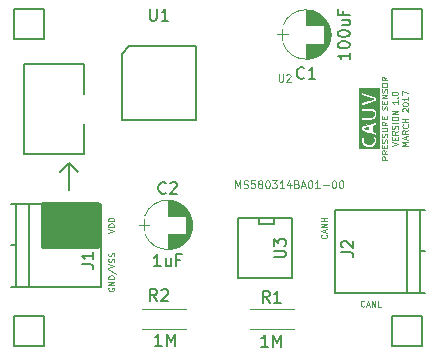
<source format=gbr>
G04 #@! TF.FileFunction,Legend,Top*
%FSLAX46Y46*%
G04 Gerber Fmt 4.6, Leading zero omitted, Abs format (unit mm)*
G04 Created by KiCad (PCBNEW 4.0.6) date 2017 July 13, Thursday 09:48:37*
%MOMM*%
%LPD*%
G01*
G04 APERTURE LIST*
%ADD10C,0.100000*%
%ADD11C,0.125000*%
%ADD12C,0.200000*%
%ADD13C,0.150000*%
%ADD14C,0.120000*%
%ADD15C,0.010000*%
%ADD16C,0.050000*%
%ADD17C,0.254000*%
G04 APERTURE END LIST*
D10*
D11*
X145399191Y-110871771D02*
X145375381Y-110895581D01*
X145303953Y-110919390D01*
X145256334Y-110919390D01*
X145184905Y-110895581D01*
X145137286Y-110847962D01*
X145113477Y-110800343D01*
X145089667Y-110705105D01*
X145089667Y-110633676D01*
X145113477Y-110538438D01*
X145137286Y-110490819D01*
X145184905Y-110443200D01*
X145256334Y-110419390D01*
X145303953Y-110419390D01*
X145375381Y-110443200D01*
X145399191Y-110467010D01*
X145589667Y-110776533D02*
X145827762Y-110776533D01*
X145542048Y-110919390D02*
X145708715Y-110419390D01*
X145875381Y-110919390D01*
X146042048Y-110919390D02*
X146042048Y-110419390D01*
X146327762Y-110919390D01*
X146327762Y-110419390D01*
X146803953Y-110919390D02*
X146565858Y-110919390D01*
X146565858Y-110419390D01*
D12*
X120396000Y-98806000D02*
X121158000Y-99568000D01*
X120396000Y-98806000D02*
X119634000Y-99568000D01*
X120396000Y-98806000D02*
X120396000Y-101092000D01*
D11*
X142178571Y-104833333D02*
X142202381Y-104857143D01*
X142226190Y-104928571D01*
X142226190Y-104976190D01*
X142202381Y-105047619D01*
X142154762Y-105095238D01*
X142107143Y-105119047D01*
X142011905Y-105142857D01*
X141940476Y-105142857D01*
X141845238Y-105119047D01*
X141797619Y-105095238D01*
X141750000Y-105047619D01*
X141726190Y-104976190D01*
X141726190Y-104928571D01*
X141750000Y-104857143D01*
X141773810Y-104833333D01*
X142083333Y-104642857D02*
X142083333Y-104404762D01*
X142226190Y-104690476D02*
X141726190Y-104523809D01*
X142226190Y-104357143D01*
X142226190Y-104190476D02*
X141726190Y-104190476D01*
X142226190Y-103904762D01*
X141726190Y-103904762D01*
X142226190Y-103666666D02*
X141726190Y-103666666D01*
X141964286Y-103666666D02*
X141964286Y-103380952D01*
X142226190Y-103380952D02*
X141726190Y-103380952D01*
X123750000Y-109333333D02*
X123726190Y-109380952D01*
X123726190Y-109452380D01*
X123750000Y-109523809D01*
X123797619Y-109571428D01*
X123845238Y-109595237D01*
X123940476Y-109619047D01*
X124011905Y-109619047D01*
X124107143Y-109595237D01*
X124154762Y-109571428D01*
X124202381Y-109523809D01*
X124226190Y-109452380D01*
X124226190Y-109404761D01*
X124202381Y-109333333D01*
X124178571Y-109309523D01*
X124011905Y-109309523D01*
X124011905Y-109404761D01*
X124226190Y-109095237D02*
X123726190Y-109095237D01*
X124226190Y-108809523D01*
X123726190Y-108809523D01*
X124226190Y-108571427D02*
X123726190Y-108571427D01*
X123726190Y-108452380D01*
X123750000Y-108380951D01*
X123797619Y-108333332D01*
X123845238Y-108309523D01*
X123940476Y-108285713D01*
X124011905Y-108285713D01*
X124107143Y-108309523D01*
X124154762Y-108333332D01*
X124202381Y-108380951D01*
X124226190Y-108452380D01*
X124226190Y-108571427D01*
X123702381Y-107714285D02*
X124345238Y-108142856D01*
X123726190Y-107619046D02*
X124226190Y-107452379D01*
X123726190Y-107285713D01*
X124202381Y-107142856D02*
X124226190Y-107071427D01*
X124226190Y-106952380D01*
X124202381Y-106904761D01*
X124178571Y-106880951D01*
X124130952Y-106857142D01*
X124083333Y-106857142D01*
X124035714Y-106880951D01*
X124011905Y-106904761D01*
X123988095Y-106952380D01*
X123964286Y-107047618D01*
X123940476Y-107095237D01*
X123916667Y-107119046D01*
X123869048Y-107142856D01*
X123821429Y-107142856D01*
X123773810Y-107119046D01*
X123750000Y-107095237D01*
X123726190Y-107047618D01*
X123726190Y-106928570D01*
X123750000Y-106857142D01*
X124202381Y-106666666D02*
X124226190Y-106595237D01*
X124226190Y-106476190D01*
X124202381Y-106428571D01*
X124178571Y-106404761D01*
X124130952Y-106380952D01*
X124083333Y-106380952D01*
X124035714Y-106404761D01*
X124011905Y-106428571D01*
X123988095Y-106476190D01*
X123964286Y-106571428D01*
X123940476Y-106619047D01*
X123916667Y-106642856D01*
X123869048Y-106666666D01*
X123821429Y-106666666D01*
X123773810Y-106642856D01*
X123750000Y-106619047D01*
X123726190Y-106571428D01*
X123726190Y-106452380D01*
X123750000Y-106380952D01*
X123726190Y-104666666D02*
X124226190Y-104499999D01*
X123726190Y-104333333D01*
X124226190Y-104166666D02*
X123726190Y-104166666D01*
X123726190Y-104047619D01*
X123750000Y-103976190D01*
X123797619Y-103928571D01*
X123845238Y-103904762D01*
X123940476Y-103880952D01*
X124011905Y-103880952D01*
X124107143Y-103904762D01*
X124154762Y-103928571D01*
X124202381Y-103976190D01*
X124226190Y-104047619D01*
X124226190Y-104166666D01*
X124226190Y-103666666D02*
X123726190Y-103666666D01*
X123726190Y-103547619D01*
X123750000Y-103476190D01*
X123797619Y-103428571D01*
X123845238Y-103404762D01*
X123940476Y-103380952D01*
X124011905Y-103380952D01*
X124107143Y-103404762D01*
X124154762Y-103428571D01*
X124202381Y-103476190D01*
X124226190Y-103547619D01*
X124226190Y-103666666D01*
X147351190Y-98488094D02*
X146851190Y-98488094D01*
X146851190Y-98297618D01*
X146875000Y-98249999D01*
X146898810Y-98226190D01*
X146946429Y-98202380D01*
X147017857Y-98202380D01*
X147065476Y-98226190D01*
X147089286Y-98249999D01*
X147113095Y-98297618D01*
X147113095Y-98488094D01*
X147351190Y-97702380D02*
X147113095Y-97869047D01*
X147351190Y-97988094D02*
X146851190Y-97988094D01*
X146851190Y-97797618D01*
X146875000Y-97749999D01*
X146898810Y-97726190D01*
X146946429Y-97702380D01*
X147017857Y-97702380D01*
X147065476Y-97726190D01*
X147089286Y-97749999D01*
X147113095Y-97797618D01*
X147113095Y-97988094D01*
X147089286Y-97488094D02*
X147089286Y-97321428D01*
X147351190Y-97249999D02*
X147351190Y-97488094D01*
X146851190Y-97488094D01*
X146851190Y-97249999D01*
X147327381Y-97059523D02*
X147351190Y-96988094D01*
X147351190Y-96869047D01*
X147327381Y-96821428D01*
X147303571Y-96797618D01*
X147255952Y-96773809D01*
X147208333Y-96773809D01*
X147160714Y-96797618D01*
X147136905Y-96821428D01*
X147113095Y-96869047D01*
X147089286Y-96964285D01*
X147065476Y-97011904D01*
X147041667Y-97035713D01*
X146994048Y-97059523D01*
X146946429Y-97059523D01*
X146898810Y-97035713D01*
X146875000Y-97011904D01*
X146851190Y-96964285D01*
X146851190Y-96845237D01*
X146875000Y-96773809D01*
X147327381Y-96583333D02*
X147351190Y-96511904D01*
X147351190Y-96392857D01*
X147327381Y-96345238D01*
X147303571Y-96321428D01*
X147255952Y-96297619D01*
X147208333Y-96297619D01*
X147160714Y-96321428D01*
X147136905Y-96345238D01*
X147113095Y-96392857D01*
X147089286Y-96488095D01*
X147065476Y-96535714D01*
X147041667Y-96559523D01*
X146994048Y-96583333D01*
X146946429Y-96583333D01*
X146898810Y-96559523D01*
X146875000Y-96535714D01*
X146851190Y-96488095D01*
X146851190Y-96369047D01*
X146875000Y-96297619D01*
X146851190Y-96083333D02*
X147255952Y-96083333D01*
X147303571Y-96059524D01*
X147327381Y-96035714D01*
X147351190Y-95988095D01*
X147351190Y-95892857D01*
X147327381Y-95845238D01*
X147303571Y-95821429D01*
X147255952Y-95797619D01*
X146851190Y-95797619D01*
X147351190Y-95273809D02*
X147113095Y-95440476D01*
X147351190Y-95559523D02*
X146851190Y-95559523D01*
X146851190Y-95369047D01*
X146875000Y-95321428D01*
X146898810Y-95297619D01*
X146946429Y-95273809D01*
X147017857Y-95273809D01*
X147065476Y-95297619D01*
X147089286Y-95321428D01*
X147113095Y-95369047D01*
X147113095Y-95559523D01*
X147089286Y-95059523D02*
X147089286Y-94892857D01*
X147351190Y-94821428D02*
X147351190Y-95059523D01*
X146851190Y-95059523D01*
X146851190Y-94821428D01*
X147327381Y-94250000D02*
X147351190Y-94178571D01*
X147351190Y-94059524D01*
X147327381Y-94011905D01*
X147303571Y-93988095D01*
X147255952Y-93964286D01*
X147208333Y-93964286D01*
X147160714Y-93988095D01*
X147136905Y-94011905D01*
X147113095Y-94059524D01*
X147089286Y-94154762D01*
X147065476Y-94202381D01*
X147041667Y-94226190D01*
X146994048Y-94250000D01*
X146946429Y-94250000D01*
X146898810Y-94226190D01*
X146875000Y-94202381D01*
X146851190Y-94154762D01*
X146851190Y-94035714D01*
X146875000Y-93964286D01*
X147089286Y-93750000D02*
X147089286Y-93583334D01*
X147351190Y-93511905D02*
X147351190Y-93750000D01*
X146851190Y-93750000D01*
X146851190Y-93511905D01*
X147351190Y-93297619D02*
X146851190Y-93297619D01*
X147351190Y-93011905D01*
X146851190Y-93011905D01*
X147327381Y-92797619D02*
X147351190Y-92726190D01*
X147351190Y-92607143D01*
X147327381Y-92559524D01*
X147303571Y-92535714D01*
X147255952Y-92511905D01*
X147208333Y-92511905D01*
X147160714Y-92535714D01*
X147136905Y-92559524D01*
X147113095Y-92607143D01*
X147089286Y-92702381D01*
X147065476Y-92750000D01*
X147041667Y-92773809D01*
X146994048Y-92797619D01*
X146946429Y-92797619D01*
X146898810Y-92773809D01*
X146875000Y-92750000D01*
X146851190Y-92702381D01*
X146851190Y-92583333D01*
X146875000Y-92511905D01*
X146851190Y-92202381D02*
X146851190Y-92107143D01*
X146875000Y-92059524D01*
X146922619Y-92011905D01*
X147017857Y-91988096D01*
X147184524Y-91988096D01*
X147279762Y-92011905D01*
X147327381Y-92059524D01*
X147351190Y-92107143D01*
X147351190Y-92202381D01*
X147327381Y-92250000D01*
X147279762Y-92297619D01*
X147184524Y-92321429D01*
X147017857Y-92321429D01*
X146922619Y-92297619D01*
X146875000Y-92250000D01*
X146851190Y-92202381D01*
X147351190Y-91488095D02*
X147113095Y-91654762D01*
X147351190Y-91773809D02*
X146851190Y-91773809D01*
X146851190Y-91583333D01*
X146875000Y-91535714D01*
X146898810Y-91511905D01*
X146946429Y-91488095D01*
X147017857Y-91488095D01*
X147065476Y-91511905D01*
X147089286Y-91535714D01*
X147113095Y-91583333D01*
X147113095Y-91773809D01*
X147726190Y-97309523D02*
X148226190Y-97142856D01*
X147726190Y-96976190D01*
X147964286Y-96809523D02*
X147964286Y-96642857D01*
X148226190Y-96571428D02*
X148226190Y-96809523D01*
X147726190Y-96809523D01*
X147726190Y-96571428D01*
X148226190Y-96071428D02*
X147988095Y-96238095D01*
X148226190Y-96357142D02*
X147726190Y-96357142D01*
X147726190Y-96166666D01*
X147750000Y-96119047D01*
X147773810Y-96095238D01*
X147821429Y-96071428D01*
X147892857Y-96071428D01*
X147940476Y-96095238D01*
X147964286Y-96119047D01*
X147988095Y-96166666D01*
X147988095Y-96357142D01*
X148202381Y-95880952D02*
X148226190Y-95809523D01*
X148226190Y-95690476D01*
X148202381Y-95642857D01*
X148178571Y-95619047D01*
X148130952Y-95595238D01*
X148083333Y-95595238D01*
X148035714Y-95619047D01*
X148011905Y-95642857D01*
X147988095Y-95690476D01*
X147964286Y-95785714D01*
X147940476Y-95833333D01*
X147916667Y-95857142D01*
X147869048Y-95880952D01*
X147821429Y-95880952D01*
X147773810Y-95857142D01*
X147750000Y-95833333D01*
X147726190Y-95785714D01*
X147726190Y-95666666D01*
X147750000Y-95595238D01*
X148226190Y-95380952D02*
X147726190Y-95380952D01*
X147726190Y-95047619D02*
X147726190Y-94952381D01*
X147750000Y-94904762D01*
X147797619Y-94857143D01*
X147892857Y-94833334D01*
X148059524Y-94833334D01*
X148154762Y-94857143D01*
X148202381Y-94904762D01*
X148226190Y-94952381D01*
X148226190Y-95047619D01*
X148202381Y-95095238D01*
X148154762Y-95142857D01*
X148059524Y-95166667D01*
X147892857Y-95166667D01*
X147797619Y-95142857D01*
X147750000Y-95095238D01*
X147726190Y-95047619D01*
X148226190Y-94619047D02*
X147726190Y-94619047D01*
X148226190Y-94333333D01*
X147726190Y-94333333D01*
X148226190Y-93452381D02*
X148226190Y-93738095D01*
X148226190Y-93595238D02*
X147726190Y-93595238D01*
X147797619Y-93642857D01*
X147845238Y-93690476D01*
X147869048Y-93738095D01*
X148178571Y-93238095D02*
X148202381Y-93214286D01*
X148226190Y-93238095D01*
X148202381Y-93261905D01*
X148178571Y-93238095D01*
X148226190Y-93238095D01*
X147726190Y-92904762D02*
X147726190Y-92857143D01*
X147750000Y-92809524D01*
X147773810Y-92785715D01*
X147821429Y-92761905D01*
X147916667Y-92738096D01*
X148035714Y-92738096D01*
X148130952Y-92761905D01*
X148178571Y-92785715D01*
X148202381Y-92809524D01*
X148226190Y-92857143D01*
X148226190Y-92904762D01*
X148202381Y-92952381D01*
X148178571Y-92976191D01*
X148130952Y-93000000D01*
X148035714Y-93023810D01*
X147916667Y-93023810D01*
X147821429Y-93000000D01*
X147773810Y-92976191D01*
X147750000Y-92952381D01*
X147726190Y-92904762D01*
X149101190Y-97285713D02*
X148601190Y-97285713D01*
X148958333Y-97119047D01*
X148601190Y-96952380D01*
X149101190Y-96952380D01*
X148958333Y-96738094D02*
X148958333Y-96499999D01*
X149101190Y-96785713D02*
X148601190Y-96619046D01*
X149101190Y-96452380D01*
X149101190Y-95999999D02*
X148863095Y-96166666D01*
X149101190Y-96285713D02*
X148601190Y-96285713D01*
X148601190Y-96095237D01*
X148625000Y-96047618D01*
X148648810Y-96023809D01*
X148696429Y-95999999D01*
X148767857Y-95999999D01*
X148815476Y-96023809D01*
X148839286Y-96047618D01*
X148863095Y-96095237D01*
X148863095Y-96285713D01*
X149053571Y-95499999D02*
X149077381Y-95523809D01*
X149101190Y-95595237D01*
X149101190Y-95642856D01*
X149077381Y-95714285D01*
X149029762Y-95761904D01*
X148982143Y-95785713D01*
X148886905Y-95809523D01*
X148815476Y-95809523D01*
X148720238Y-95785713D01*
X148672619Y-95761904D01*
X148625000Y-95714285D01*
X148601190Y-95642856D01*
X148601190Y-95595237D01*
X148625000Y-95523809D01*
X148648810Y-95499999D01*
X149101190Y-95285713D02*
X148601190Y-95285713D01*
X148839286Y-95285713D02*
X148839286Y-94999999D01*
X149101190Y-94999999D02*
X148601190Y-94999999D01*
X148648810Y-94404761D02*
X148625000Y-94380951D01*
X148601190Y-94333332D01*
X148601190Y-94214285D01*
X148625000Y-94166666D01*
X148648810Y-94142856D01*
X148696429Y-94119047D01*
X148744048Y-94119047D01*
X148815476Y-94142856D01*
X149101190Y-94428570D01*
X149101190Y-94119047D01*
X148601190Y-93809523D02*
X148601190Y-93761904D01*
X148625000Y-93714285D01*
X148648810Y-93690476D01*
X148696429Y-93666666D01*
X148791667Y-93642857D01*
X148910714Y-93642857D01*
X149005952Y-93666666D01*
X149053571Y-93690476D01*
X149077381Y-93714285D01*
X149101190Y-93761904D01*
X149101190Y-93809523D01*
X149077381Y-93857142D01*
X149053571Y-93880952D01*
X149005952Y-93904761D01*
X148910714Y-93928571D01*
X148791667Y-93928571D01*
X148696429Y-93904761D01*
X148648810Y-93880952D01*
X148625000Y-93857142D01*
X148601190Y-93809523D01*
X149101190Y-93166667D02*
X149101190Y-93452381D01*
X149101190Y-93309524D02*
X148601190Y-93309524D01*
X148672619Y-93357143D01*
X148720238Y-93404762D01*
X148744048Y-93452381D01*
X148601190Y-93000000D02*
X148601190Y-92666667D01*
X149101190Y-92880953D01*
D13*
X116586000Y-98044000D02*
X116586000Y-90424000D01*
X116586000Y-90424000D02*
X121666000Y-90424000D01*
X121666000Y-90424000D02*
X121666000Y-92964000D01*
X121666000Y-95504000D02*
X121666000Y-98044000D01*
X121666000Y-98044000D02*
X116586000Y-98044000D01*
D14*
X142389361Y-87104911D02*
G75*
G03X138511005Y-87104000I-1939361J-779089D01*
G01*
X142389361Y-88663089D02*
G75*
G02X138511005Y-88664000I-1939361J779089D01*
G01*
X142389361Y-88663089D02*
G75*
G03X142388995Y-87104000I-1939361J779089D01*
G01*
X140450000Y-88664000D02*
X140450000Y-89934000D01*
X140450000Y-85834000D02*
X140450000Y-87104000D01*
X140490000Y-85834000D02*
X140490000Y-87104000D01*
X140490000Y-88664000D02*
X140490000Y-89934000D01*
X140530000Y-85835000D02*
X140530000Y-87104000D01*
X140530000Y-88664000D02*
X140530000Y-89933000D01*
X140570000Y-85837000D02*
X140570000Y-87104000D01*
X140570000Y-88664000D02*
X140570000Y-89931000D01*
X140610000Y-85840000D02*
X140610000Y-87104000D01*
X140610000Y-88664000D02*
X140610000Y-89928000D01*
X140650000Y-85843000D02*
X140650000Y-87104000D01*
X140650000Y-88664000D02*
X140650000Y-89925000D01*
X140690000Y-85847000D02*
X140690000Y-87104000D01*
X140690000Y-88664000D02*
X140690000Y-89921000D01*
X140730000Y-85852000D02*
X140730000Y-87104000D01*
X140730000Y-88664000D02*
X140730000Y-89916000D01*
X140770000Y-85858000D02*
X140770000Y-87104000D01*
X140770000Y-88664000D02*
X140770000Y-89910000D01*
X140810000Y-85865000D02*
X140810000Y-87104000D01*
X140810000Y-88664000D02*
X140810000Y-89903000D01*
X140850000Y-85872000D02*
X140850000Y-87104000D01*
X140850000Y-88664000D02*
X140850000Y-89896000D01*
X140890000Y-85880000D02*
X140890000Y-87104000D01*
X140890000Y-88664000D02*
X140890000Y-89888000D01*
X140930000Y-85889000D02*
X140930000Y-87104000D01*
X140930000Y-88664000D02*
X140930000Y-89879000D01*
X140970000Y-85899000D02*
X140970000Y-87104000D01*
X140970000Y-88664000D02*
X140970000Y-89869000D01*
X141010000Y-85910000D02*
X141010000Y-87104000D01*
X141010000Y-88664000D02*
X141010000Y-89858000D01*
X141050000Y-85921000D02*
X141050000Y-87104000D01*
X141050000Y-88664000D02*
X141050000Y-89847000D01*
X141090000Y-85934000D02*
X141090000Y-87104000D01*
X141090000Y-88664000D02*
X141090000Y-89834000D01*
X141130000Y-85947000D02*
X141130000Y-87104000D01*
X141130000Y-88664000D02*
X141130000Y-89821000D01*
X141171000Y-85961000D02*
X141171000Y-87104000D01*
X141171000Y-88664000D02*
X141171000Y-89807000D01*
X141211000Y-85977000D02*
X141211000Y-87104000D01*
X141211000Y-88664000D02*
X141211000Y-89791000D01*
X141251000Y-85993000D02*
X141251000Y-87104000D01*
X141251000Y-88664000D02*
X141251000Y-89775000D01*
X141291000Y-86010000D02*
X141291000Y-87104000D01*
X141291000Y-88664000D02*
X141291000Y-89758000D01*
X141331000Y-86028000D02*
X141331000Y-87104000D01*
X141331000Y-88664000D02*
X141331000Y-89740000D01*
X141371000Y-86047000D02*
X141371000Y-87104000D01*
X141371000Y-88664000D02*
X141371000Y-89721000D01*
X141411000Y-86067000D02*
X141411000Y-87104000D01*
X141411000Y-88664000D02*
X141411000Y-89701000D01*
X141451000Y-86088000D02*
X141451000Y-87104000D01*
X141451000Y-88664000D02*
X141451000Y-89680000D01*
X141491000Y-86111000D02*
X141491000Y-87104000D01*
X141491000Y-88664000D02*
X141491000Y-89657000D01*
X141531000Y-86134000D02*
X141531000Y-87104000D01*
X141531000Y-88664000D02*
X141531000Y-89634000D01*
X141571000Y-86159000D02*
X141571000Y-87104000D01*
X141571000Y-88664000D02*
X141571000Y-89609000D01*
X141611000Y-86185000D02*
X141611000Y-87104000D01*
X141611000Y-88664000D02*
X141611000Y-89583000D01*
X141651000Y-86212000D02*
X141651000Y-87104000D01*
X141651000Y-88664000D02*
X141651000Y-89556000D01*
X141691000Y-86241000D02*
X141691000Y-87104000D01*
X141691000Y-88664000D02*
X141691000Y-89527000D01*
X141731000Y-86271000D02*
X141731000Y-87104000D01*
X141731000Y-88664000D02*
X141731000Y-89497000D01*
X141771000Y-86303000D02*
X141771000Y-87104000D01*
X141771000Y-88664000D02*
X141771000Y-89465000D01*
X141811000Y-86337000D02*
X141811000Y-87104000D01*
X141811000Y-88664000D02*
X141811000Y-89431000D01*
X141851000Y-86372000D02*
X141851000Y-87104000D01*
X141851000Y-88664000D02*
X141851000Y-89396000D01*
X141891000Y-86409000D02*
X141891000Y-87104000D01*
X141891000Y-88664000D02*
X141891000Y-89359000D01*
X141931000Y-86448000D02*
X141931000Y-87104000D01*
X141931000Y-88664000D02*
X141931000Y-89320000D01*
X141971000Y-86489000D02*
X141971000Y-87104000D01*
X141971000Y-88664000D02*
X141971000Y-89279000D01*
X142011000Y-86533000D02*
X142011000Y-89235000D01*
X142051000Y-86579000D02*
X142051000Y-89189000D01*
X142091000Y-86628000D02*
X142091000Y-89140000D01*
X142131000Y-86680000D02*
X142131000Y-89088000D01*
X142171000Y-86736000D02*
X142171000Y-89032000D01*
X142211000Y-86796000D02*
X142211000Y-88972000D01*
X142251000Y-86861000D02*
X142251000Y-88907000D01*
X142291000Y-86932000D02*
X142291000Y-88836000D01*
X142331000Y-87010000D02*
X142331000Y-88758000D01*
X142371000Y-87098000D02*
X142371000Y-88670000D01*
X142411000Y-87198000D02*
X142411000Y-88570000D01*
X142451000Y-87317000D02*
X142451000Y-88451000D01*
X142491000Y-87469000D02*
X142491000Y-88299000D01*
X142531000Y-87719000D02*
X142531000Y-88049000D01*
X138000000Y-87884000D02*
X138900000Y-87884000D01*
X138450000Y-87434000D02*
X138450000Y-88334000D01*
X130689361Y-103220911D02*
G75*
G03X126811005Y-103220000I-1939361J-779089D01*
G01*
X130689361Y-104779089D02*
G75*
G02X126811005Y-104780000I-1939361J779089D01*
G01*
X130689361Y-104779089D02*
G75*
G03X130688995Y-103220000I-1939361J779089D01*
G01*
X128750000Y-104780000D02*
X128750000Y-106050000D01*
X128750000Y-101950000D02*
X128750000Y-103220000D01*
X128790000Y-101950000D02*
X128790000Y-103220000D01*
X128790000Y-104780000D02*
X128790000Y-106050000D01*
X128830000Y-101951000D02*
X128830000Y-103220000D01*
X128830000Y-104780000D02*
X128830000Y-106049000D01*
X128870000Y-101953000D02*
X128870000Y-103220000D01*
X128870000Y-104780000D02*
X128870000Y-106047000D01*
X128910000Y-101956000D02*
X128910000Y-103220000D01*
X128910000Y-104780000D02*
X128910000Y-106044000D01*
X128950000Y-101959000D02*
X128950000Y-103220000D01*
X128950000Y-104780000D02*
X128950000Y-106041000D01*
X128990000Y-101963000D02*
X128990000Y-103220000D01*
X128990000Y-104780000D02*
X128990000Y-106037000D01*
X129030000Y-101968000D02*
X129030000Y-103220000D01*
X129030000Y-104780000D02*
X129030000Y-106032000D01*
X129070000Y-101974000D02*
X129070000Y-103220000D01*
X129070000Y-104780000D02*
X129070000Y-106026000D01*
X129110000Y-101981000D02*
X129110000Y-103220000D01*
X129110000Y-104780000D02*
X129110000Y-106019000D01*
X129150000Y-101988000D02*
X129150000Y-103220000D01*
X129150000Y-104780000D02*
X129150000Y-106012000D01*
X129190000Y-101996000D02*
X129190000Y-103220000D01*
X129190000Y-104780000D02*
X129190000Y-106004000D01*
X129230000Y-102005000D02*
X129230000Y-103220000D01*
X129230000Y-104780000D02*
X129230000Y-105995000D01*
X129270000Y-102015000D02*
X129270000Y-103220000D01*
X129270000Y-104780000D02*
X129270000Y-105985000D01*
X129310000Y-102026000D02*
X129310000Y-103220000D01*
X129310000Y-104780000D02*
X129310000Y-105974000D01*
X129350000Y-102037000D02*
X129350000Y-103220000D01*
X129350000Y-104780000D02*
X129350000Y-105963000D01*
X129390000Y-102050000D02*
X129390000Y-103220000D01*
X129390000Y-104780000D02*
X129390000Y-105950000D01*
X129430000Y-102063000D02*
X129430000Y-103220000D01*
X129430000Y-104780000D02*
X129430000Y-105937000D01*
X129471000Y-102077000D02*
X129471000Y-103220000D01*
X129471000Y-104780000D02*
X129471000Y-105923000D01*
X129511000Y-102093000D02*
X129511000Y-103220000D01*
X129511000Y-104780000D02*
X129511000Y-105907000D01*
X129551000Y-102109000D02*
X129551000Y-103220000D01*
X129551000Y-104780000D02*
X129551000Y-105891000D01*
X129591000Y-102126000D02*
X129591000Y-103220000D01*
X129591000Y-104780000D02*
X129591000Y-105874000D01*
X129631000Y-102144000D02*
X129631000Y-103220000D01*
X129631000Y-104780000D02*
X129631000Y-105856000D01*
X129671000Y-102163000D02*
X129671000Y-103220000D01*
X129671000Y-104780000D02*
X129671000Y-105837000D01*
X129711000Y-102183000D02*
X129711000Y-103220000D01*
X129711000Y-104780000D02*
X129711000Y-105817000D01*
X129751000Y-102204000D02*
X129751000Y-103220000D01*
X129751000Y-104780000D02*
X129751000Y-105796000D01*
X129791000Y-102227000D02*
X129791000Y-103220000D01*
X129791000Y-104780000D02*
X129791000Y-105773000D01*
X129831000Y-102250000D02*
X129831000Y-103220000D01*
X129831000Y-104780000D02*
X129831000Y-105750000D01*
X129871000Y-102275000D02*
X129871000Y-103220000D01*
X129871000Y-104780000D02*
X129871000Y-105725000D01*
X129911000Y-102301000D02*
X129911000Y-103220000D01*
X129911000Y-104780000D02*
X129911000Y-105699000D01*
X129951000Y-102328000D02*
X129951000Y-103220000D01*
X129951000Y-104780000D02*
X129951000Y-105672000D01*
X129991000Y-102357000D02*
X129991000Y-103220000D01*
X129991000Y-104780000D02*
X129991000Y-105643000D01*
X130031000Y-102387000D02*
X130031000Y-103220000D01*
X130031000Y-104780000D02*
X130031000Y-105613000D01*
X130071000Y-102419000D02*
X130071000Y-103220000D01*
X130071000Y-104780000D02*
X130071000Y-105581000D01*
X130111000Y-102453000D02*
X130111000Y-103220000D01*
X130111000Y-104780000D02*
X130111000Y-105547000D01*
X130151000Y-102488000D02*
X130151000Y-103220000D01*
X130151000Y-104780000D02*
X130151000Y-105512000D01*
X130191000Y-102525000D02*
X130191000Y-103220000D01*
X130191000Y-104780000D02*
X130191000Y-105475000D01*
X130231000Y-102564000D02*
X130231000Y-103220000D01*
X130231000Y-104780000D02*
X130231000Y-105436000D01*
X130271000Y-102605000D02*
X130271000Y-103220000D01*
X130271000Y-104780000D02*
X130271000Y-105395000D01*
X130311000Y-102649000D02*
X130311000Y-105351000D01*
X130351000Y-102695000D02*
X130351000Y-105305000D01*
X130391000Y-102744000D02*
X130391000Y-105256000D01*
X130431000Y-102796000D02*
X130431000Y-105204000D01*
X130471000Y-102852000D02*
X130471000Y-105148000D01*
X130511000Y-102912000D02*
X130511000Y-105088000D01*
X130551000Y-102977000D02*
X130551000Y-105023000D01*
X130591000Y-103048000D02*
X130591000Y-104952000D01*
X130631000Y-103126000D02*
X130631000Y-104874000D01*
X130671000Y-103214000D02*
X130671000Y-104786000D01*
X130711000Y-103314000D02*
X130711000Y-104686000D01*
X130751000Y-103433000D02*
X130751000Y-104567000D01*
X130791000Y-103585000D02*
X130791000Y-104415000D01*
X130831000Y-103835000D02*
X130831000Y-104165000D01*
X126300000Y-104000000D02*
X127200000Y-104000000D01*
X126750000Y-103550000D02*
X126750000Y-104450000D01*
D13*
X115900000Y-105750000D02*
X115500000Y-105750000D01*
X117000000Y-102250000D02*
X117000000Y-109250000D01*
X115900000Y-102250000D02*
X115900000Y-109250000D01*
X123100000Y-102250000D02*
X115500000Y-102250000D01*
X115500000Y-109250000D02*
X123100000Y-109250000D01*
X123100000Y-109250000D02*
X123100000Y-102250000D01*
X150100000Y-106250000D02*
X150500000Y-106250000D01*
X149000000Y-109750000D02*
X149000000Y-102750000D01*
X150100000Y-109750000D02*
X150100000Y-102750000D01*
X142900000Y-109750000D02*
X150500000Y-109750000D01*
X150500000Y-102750000D02*
X142900000Y-102750000D01*
X142900000Y-102750000D02*
X142900000Y-109750000D01*
D14*
X135680000Y-111140000D02*
X139400000Y-111140000D01*
X135680000Y-112860000D02*
X139400000Y-112860000D01*
X130320000Y-112860000D02*
X126600000Y-112860000D01*
X130320000Y-111140000D02*
X126600000Y-111140000D01*
D13*
X125500000Y-88900000D02*
X131100000Y-88900000D01*
X131100000Y-88900000D02*
X131100000Y-95100000D01*
X131100000Y-95100000D02*
X124900000Y-95100000D01*
X124900000Y-95100000D02*
X124900000Y-89500000D01*
X124900000Y-89500000D02*
X125500000Y-88900000D01*
X139286000Y-103460000D02*
X139286000Y-108540000D01*
X139286000Y-108540000D02*
X134714000Y-108540000D01*
X134714000Y-108540000D02*
X134714000Y-103460000D01*
X134714000Y-103460000D02*
X139286000Y-103460000D01*
X137762000Y-103460000D02*
X137762000Y-103968000D01*
X137762000Y-103968000D02*
X136492000Y-103968000D01*
X136492000Y-103968000D02*
X136492000Y-103460000D01*
X115730000Y-111730000D02*
X118270000Y-111730000D01*
X118270000Y-111730000D02*
X118270000Y-114270000D01*
X118270000Y-114270000D02*
X115730000Y-114270000D01*
X115730000Y-114270000D02*
X115730000Y-111730000D01*
X147730000Y-85730000D02*
X150270000Y-85730000D01*
X150270000Y-85730000D02*
X150270000Y-88270000D01*
X150270000Y-88270000D02*
X147730000Y-88270000D01*
X147730000Y-88270000D02*
X147730000Y-85730000D01*
X147730000Y-111730000D02*
X150270000Y-111730000D01*
X150270000Y-111730000D02*
X150270000Y-114270000D01*
X150270000Y-114270000D02*
X147730000Y-114270000D01*
X147730000Y-114270000D02*
X147730000Y-111730000D01*
X115730000Y-85730000D02*
X118270000Y-85730000D01*
X118270000Y-85730000D02*
X118270000Y-88270000D01*
X118270000Y-88270000D02*
X115730000Y-88270000D01*
X115730000Y-88270000D02*
X115730000Y-85730000D01*
D15*
G36*
X146659600Y-92456000D02*
X146659600Y-97536000D01*
X145767897Y-97536000D01*
X145767897Y-97428723D01*
X145906720Y-97418757D01*
X146031486Y-97396895D01*
X146112095Y-97369865D01*
X146239908Y-97282897D01*
X146332711Y-97163904D01*
X146387524Y-97020292D01*
X146401363Y-96859467D01*
X146377533Y-96710500D01*
X146349910Y-96638836D01*
X146349910Y-96393405D01*
X146371531Y-96374204D01*
X146376814Y-96313640D01*
X146375310Y-96285215D01*
X146368276Y-96222933D01*
X146350331Y-96185225D01*
X146309011Y-96158410D01*
X146233272Y-96129317D01*
X146099044Y-96081206D01*
X146106272Y-95841004D01*
X146113500Y-95600803D01*
X146240500Y-95558752D01*
X146314408Y-95532341D01*
X146352945Y-95506233D01*
X146368999Y-95464867D01*
X146375241Y-95396050D01*
X146377203Y-95322522D01*
X146368073Y-95287120D01*
X146343930Y-95277680D01*
X146337141Y-95277826D01*
X146300888Y-95286443D01*
X146223930Y-95309314D01*
X146113577Y-95344108D01*
X145977141Y-95388494D01*
X145821932Y-95440140D01*
X145719800Y-95474676D01*
X145148300Y-95669100D01*
X145148300Y-95998676D01*
X145453100Y-96102941D01*
X145705895Y-96189076D01*
X145913256Y-96258961D01*
X146077610Y-96313381D01*
X146201380Y-96353121D01*
X146286992Y-96378966D01*
X146336871Y-96391703D01*
X146349910Y-96393405D01*
X146349910Y-96638836D01*
X146337043Y-96605454D01*
X146281970Y-96544284D01*
X146206031Y-96520748D01*
X146185763Y-96520000D01*
X146128543Y-96522605D01*
X146101193Y-96528972D01*
X146100800Y-96529927D01*
X146110374Y-96556837D01*
X146134706Y-96614035D01*
X146151042Y-96650577D01*
X146195460Y-96790246D01*
X146192906Y-96911135D01*
X146143115Y-97014433D01*
X146052223Y-97097088D01*
X145990160Y-97130779D01*
X145919156Y-97148647D01*
X145820683Y-97154807D01*
X145791427Y-97155000D01*
X145631253Y-97143449D01*
X145509498Y-97107093D01*
X145418912Y-97043379D01*
X145393864Y-97014953D01*
X145349353Y-96920534D01*
X145340745Y-96807813D01*
X145368243Y-96694629D01*
X145389694Y-96652737D01*
X145429121Y-96579999D01*
X145433801Y-96539574D01*
X145400517Y-96523942D01*
X145334989Y-96524890D01*
X145247916Y-96542878D01*
X145189809Y-96586764D01*
X145182101Y-96596561D01*
X145141948Y-96682865D01*
X145135600Y-96716385D01*
X145135600Y-95097600D01*
X145573750Y-95097459D01*
X145725289Y-95095907D01*
X145865739Y-95091702D01*
X145984395Y-95085374D01*
X146070552Y-95077451D01*
X146106100Y-95071155D01*
X146223237Y-95013955D01*
X146313925Y-94919297D01*
X146375066Y-94794836D01*
X146403565Y-94648229D01*
X146396325Y-94487132D01*
X146377440Y-94400292D01*
X146321930Y-94285772D01*
X146230809Y-94187498D01*
X146119255Y-94120647D01*
X146086908Y-94109760D01*
X146027577Y-94100304D01*
X145928584Y-94092204D01*
X145801061Y-94086053D01*
X145656141Y-94082444D01*
X145561050Y-94081742D01*
X145150767Y-94081606D01*
X145150767Y-93885101D01*
X145176777Y-93880527D01*
X145242818Y-93861864D01*
X145340952Y-93831758D01*
X145463245Y-93792850D01*
X145601759Y-93747784D01*
X145748560Y-93699204D01*
X145895711Y-93649751D01*
X146035276Y-93602069D01*
X146159320Y-93558802D01*
X146259906Y-93522592D01*
X146329099Y-93496082D01*
X146356934Y-93483381D01*
X146369482Y-93452106D01*
X146377929Y-93386023D01*
X146380200Y-93321064D01*
X146377111Y-93233451D01*
X146365652Y-93184441D01*
X146342536Y-93162091D01*
X146335750Y-93159623D01*
X146299748Y-93147664D01*
X146223191Y-93121539D01*
X146113494Y-93083803D01*
X145978071Y-93037010D01*
X145824338Y-92983715D01*
X145737268Y-92953461D01*
X145578261Y-92898533D01*
X145434895Y-92849702D01*
X145314252Y-92809326D01*
X145223415Y-92779758D01*
X145169469Y-92763357D01*
X145158026Y-92760800D01*
X145144477Y-92783636D01*
X145139331Y-92842679D01*
X145140558Y-92881450D01*
X145148300Y-93002100D01*
X145440400Y-93094598D01*
X145579386Y-93138219D01*
X145724176Y-93183014D01*
X145854873Y-93222858D01*
X145929350Y-93245120D01*
X146020566Y-93273863D01*
X146089343Y-93299067D01*
X146124123Y-93316376D01*
X146126200Y-93319335D01*
X146103511Y-93332995D01*
X146042952Y-93355547D01*
X145955784Y-93382968D01*
X145916650Y-93394213D01*
X145801256Y-93427291D01*
X145658780Y-93469242D01*
X145510609Y-93513727D01*
X145421349Y-93541007D01*
X145135599Y-93629113D01*
X145135599Y-93749523D01*
X145138548Y-93823594D01*
X145146025Y-93874297D01*
X145150767Y-93885101D01*
X145150767Y-94081606D01*
X145135600Y-94081600D01*
X145135600Y-94335600D01*
X146053907Y-94335600D01*
X146128153Y-94409847D01*
X146181562Y-94478474D01*
X146201241Y-94555269D01*
X146202400Y-94589600D01*
X146191690Y-94676206D01*
X146151497Y-94744365D01*
X146128153Y-94769354D01*
X146053907Y-94843600D01*
X145135600Y-94843600D01*
X145135600Y-95097600D01*
X145135600Y-96716385D01*
X145120057Y-96798460D01*
X145118477Y-96924494D01*
X145135228Y-97028000D01*
X145187792Y-97141940D01*
X145276666Y-97251281D01*
X145388117Y-97342657D01*
X145508418Y-97402703D01*
X145525523Y-97407943D01*
X145634378Y-97425538D01*
X145767897Y-97428723D01*
X145767897Y-97536000D01*
X144957800Y-97536000D01*
X144957800Y-92456000D01*
X146659600Y-92456000D01*
X146659600Y-92456000D01*
G37*
X146659600Y-92456000D02*
X146659600Y-97536000D01*
X145767897Y-97536000D01*
X145767897Y-97428723D01*
X145906720Y-97418757D01*
X146031486Y-97396895D01*
X146112095Y-97369865D01*
X146239908Y-97282897D01*
X146332711Y-97163904D01*
X146387524Y-97020292D01*
X146401363Y-96859467D01*
X146377533Y-96710500D01*
X146349910Y-96638836D01*
X146349910Y-96393405D01*
X146371531Y-96374204D01*
X146376814Y-96313640D01*
X146375310Y-96285215D01*
X146368276Y-96222933D01*
X146350331Y-96185225D01*
X146309011Y-96158410D01*
X146233272Y-96129317D01*
X146099044Y-96081206D01*
X146106272Y-95841004D01*
X146113500Y-95600803D01*
X146240500Y-95558752D01*
X146314408Y-95532341D01*
X146352945Y-95506233D01*
X146368999Y-95464867D01*
X146375241Y-95396050D01*
X146377203Y-95322522D01*
X146368073Y-95287120D01*
X146343930Y-95277680D01*
X146337141Y-95277826D01*
X146300888Y-95286443D01*
X146223930Y-95309314D01*
X146113577Y-95344108D01*
X145977141Y-95388494D01*
X145821932Y-95440140D01*
X145719800Y-95474676D01*
X145148300Y-95669100D01*
X145148300Y-95998676D01*
X145453100Y-96102941D01*
X145705895Y-96189076D01*
X145913256Y-96258961D01*
X146077610Y-96313381D01*
X146201380Y-96353121D01*
X146286992Y-96378966D01*
X146336871Y-96391703D01*
X146349910Y-96393405D01*
X146349910Y-96638836D01*
X146337043Y-96605454D01*
X146281970Y-96544284D01*
X146206031Y-96520748D01*
X146185763Y-96520000D01*
X146128543Y-96522605D01*
X146101193Y-96528972D01*
X146100800Y-96529927D01*
X146110374Y-96556837D01*
X146134706Y-96614035D01*
X146151042Y-96650577D01*
X146195460Y-96790246D01*
X146192906Y-96911135D01*
X146143115Y-97014433D01*
X146052223Y-97097088D01*
X145990160Y-97130779D01*
X145919156Y-97148647D01*
X145820683Y-97154807D01*
X145791427Y-97155000D01*
X145631253Y-97143449D01*
X145509498Y-97107093D01*
X145418912Y-97043379D01*
X145393864Y-97014953D01*
X145349353Y-96920534D01*
X145340745Y-96807813D01*
X145368243Y-96694629D01*
X145389694Y-96652737D01*
X145429121Y-96579999D01*
X145433801Y-96539574D01*
X145400517Y-96523942D01*
X145334989Y-96524890D01*
X145247916Y-96542878D01*
X145189809Y-96586764D01*
X145182101Y-96596561D01*
X145141948Y-96682865D01*
X145135600Y-96716385D01*
X145135600Y-95097600D01*
X145573750Y-95097459D01*
X145725289Y-95095907D01*
X145865739Y-95091702D01*
X145984395Y-95085374D01*
X146070552Y-95077451D01*
X146106100Y-95071155D01*
X146223237Y-95013955D01*
X146313925Y-94919297D01*
X146375066Y-94794836D01*
X146403565Y-94648229D01*
X146396325Y-94487132D01*
X146377440Y-94400292D01*
X146321930Y-94285772D01*
X146230809Y-94187498D01*
X146119255Y-94120647D01*
X146086908Y-94109760D01*
X146027577Y-94100304D01*
X145928584Y-94092204D01*
X145801061Y-94086053D01*
X145656141Y-94082444D01*
X145561050Y-94081742D01*
X145150767Y-94081606D01*
X145150767Y-93885101D01*
X145176777Y-93880527D01*
X145242818Y-93861864D01*
X145340952Y-93831758D01*
X145463245Y-93792850D01*
X145601759Y-93747784D01*
X145748560Y-93699204D01*
X145895711Y-93649751D01*
X146035276Y-93602069D01*
X146159320Y-93558802D01*
X146259906Y-93522592D01*
X146329099Y-93496082D01*
X146356934Y-93483381D01*
X146369482Y-93452106D01*
X146377929Y-93386023D01*
X146380200Y-93321064D01*
X146377111Y-93233451D01*
X146365652Y-93184441D01*
X146342536Y-93162091D01*
X146335750Y-93159623D01*
X146299748Y-93147664D01*
X146223191Y-93121539D01*
X146113494Y-93083803D01*
X145978071Y-93037010D01*
X145824338Y-92983715D01*
X145737268Y-92953461D01*
X145578261Y-92898533D01*
X145434895Y-92849702D01*
X145314252Y-92809326D01*
X145223415Y-92779758D01*
X145169469Y-92763357D01*
X145158026Y-92760800D01*
X145144477Y-92783636D01*
X145139331Y-92842679D01*
X145140558Y-92881450D01*
X145148300Y-93002100D01*
X145440400Y-93094598D01*
X145579386Y-93138219D01*
X145724176Y-93183014D01*
X145854873Y-93222858D01*
X145929350Y-93245120D01*
X146020566Y-93273863D01*
X146089343Y-93299067D01*
X146124123Y-93316376D01*
X146126200Y-93319335D01*
X146103511Y-93332995D01*
X146042952Y-93355547D01*
X145955784Y-93382968D01*
X145916650Y-93394213D01*
X145801256Y-93427291D01*
X145658780Y-93469242D01*
X145510609Y-93513727D01*
X145421349Y-93541007D01*
X145135599Y-93629113D01*
X145135599Y-93749523D01*
X145138548Y-93823594D01*
X145146025Y-93874297D01*
X145150767Y-93885101D01*
X145150767Y-94081606D01*
X145135600Y-94081600D01*
X145135600Y-94335600D01*
X146053907Y-94335600D01*
X146128153Y-94409847D01*
X146181562Y-94478474D01*
X146201241Y-94555269D01*
X146202400Y-94589600D01*
X146191690Y-94676206D01*
X146151497Y-94744365D01*
X146128153Y-94769354D01*
X146053907Y-94843600D01*
X145135600Y-94843600D01*
X145135600Y-95097600D01*
X145135600Y-96716385D01*
X145120057Y-96798460D01*
X145118477Y-96924494D01*
X145135228Y-97028000D01*
X145187792Y-97141940D01*
X145276666Y-97251281D01*
X145388117Y-97342657D01*
X145508418Y-97402703D01*
X145525523Y-97407943D01*
X145634378Y-97425538D01*
X145767897Y-97428723D01*
X145767897Y-97536000D01*
X144957800Y-97536000D01*
X144957800Y-92456000D01*
X146659600Y-92456000D01*
G36*
X145732500Y-95859600D02*
X145745200Y-95872300D01*
X145732500Y-95885000D01*
X145719800Y-95872300D01*
X145732500Y-95859600D01*
X145732500Y-95859600D01*
G37*
X145732500Y-95859600D02*
X145745200Y-95872300D01*
X145732500Y-95885000D01*
X145719800Y-95872300D01*
X145732500Y-95859600D01*
G36*
X145707100Y-95783400D02*
X145719800Y-95796100D01*
X145707100Y-95808800D01*
X145694400Y-95796100D01*
X145707100Y-95783400D01*
X145707100Y-95783400D01*
G37*
X145707100Y-95783400D02*
X145719800Y-95796100D01*
X145707100Y-95808800D01*
X145694400Y-95796100D01*
X145707100Y-95783400D01*
G36*
X145630900Y-95834200D02*
X145653724Y-95809969D01*
X145657799Y-95808800D01*
X145668708Y-95828452D01*
X145669000Y-95834200D01*
X145649473Y-95858624D01*
X145642100Y-95859600D01*
X145626931Y-95844040D01*
X145630900Y-95834200D01*
X145630900Y-95834200D01*
G37*
X145630900Y-95834200D02*
X145653724Y-95809969D01*
X145657799Y-95808800D01*
X145668708Y-95828452D01*
X145669000Y-95834200D01*
X145649473Y-95858624D01*
X145642100Y-95859600D01*
X145626931Y-95844040D01*
X145630900Y-95834200D01*
G36*
X145637528Y-95707939D02*
X145643600Y-95707200D01*
X145668261Y-95726529D01*
X145669000Y-95732600D01*
X145649671Y-95757262D01*
X145643600Y-95758000D01*
X145618938Y-95738672D01*
X145618200Y-95732600D01*
X145637528Y-95707939D01*
X145637528Y-95707939D01*
G37*
X145637528Y-95707939D02*
X145643600Y-95707200D01*
X145668261Y-95726529D01*
X145669000Y-95732600D01*
X145649671Y-95757262D01*
X145643600Y-95758000D01*
X145618938Y-95738672D01*
X145618200Y-95732600D01*
X145637528Y-95707939D01*
G36*
X145542000Y-95872300D02*
X145584108Y-95870454D01*
X145597226Y-95879267D01*
X145606341Y-95910404D01*
X145592800Y-95923100D01*
X145550691Y-95924947D01*
X145537573Y-95916134D01*
X145528458Y-95884997D01*
X145542000Y-95872300D01*
X145542000Y-95872300D01*
G37*
X145542000Y-95872300D02*
X145584108Y-95870454D01*
X145597226Y-95879267D01*
X145606341Y-95910404D01*
X145592800Y-95923100D01*
X145550691Y-95924947D01*
X145537573Y-95916134D01*
X145528458Y-95884997D01*
X145542000Y-95872300D01*
G36*
X145537195Y-95760690D02*
X145554700Y-95758000D01*
X145589730Y-95773599D01*
X145583453Y-95808668D01*
X145576557Y-95816577D01*
X145544894Y-95821713D01*
X145519222Y-95795969D01*
X145516600Y-95781901D01*
X145537195Y-95760690D01*
X145537195Y-95760690D01*
G37*
X145537195Y-95760690D02*
X145554700Y-95758000D01*
X145589730Y-95773599D01*
X145583453Y-95808668D01*
X145576557Y-95816577D01*
X145544894Y-95821713D01*
X145519222Y-95795969D01*
X145516600Y-95781901D01*
X145537195Y-95760690D01*
G36*
X145410748Y-95790329D02*
X145440400Y-95783400D01*
X145481262Y-95801476D01*
X145490187Y-95839973D01*
X145465800Y-95872300D01*
X145423196Y-95875611D01*
X145393417Y-95842580D01*
X145389600Y-95820001D01*
X145410748Y-95790329D01*
X145410748Y-95790329D01*
G37*
X145410748Y-95790329D02*
X145440400Y-95783400D01*
X145481262Y-95801476D01*
X145490187Y-95839973D01*
X145465800Y-95872300D01*
X145423196Y-95875611D01*
X145393417Y-95842580D01*
X145389600Y-95820001D01*
X145410748Y-95790329D01*
D13*
X140295334Y-91543143D02*
X140247715Y-91590762D01*
X140104858Y-91638381D01*
X140009620Y-91638381D01*
X139866762Y-91590762D01*
X139771524Y-91495524D01*
X139723905Y-91400286D01*
X139676286Y-91209810D01*
X139676286Y-91066952D01*
X139723905Y-90876476D01*
X139771524Y-90781238D01*
X139866762Y-90686000D01*
X140009620Y-90638381D01*
X140104858Y-90638381D01*
X140247715Y-90686000D01*
X140295334Y-90733619D01*
X141247715Y-91638381D02*
X140676286Y-91638381D01*
X140962000Y-91638381D02*
X140962000Y-90638381D01*
X140866762Y-90781238D01*
X140771524Y-90876476D01*
X140676286Y-90924095D01*
X144152381Y-89431619D02*
X144152381Y-90003048D01*
X144152381Y-89717334D02*
X143152381Y-89717334D01*
X143295238Y-89812572D01*
X143390476Y-89907810D01*
X143438095Y-90003048D01*
X143152381Y-88812572D02*
X143152381Y-88717333D01*
X143200000Y-88622095D01*
X143247619Y-88574476D01*
X143342857Y-88526857D01*
X143533333Y-88479238D01*
X143771429Y-88479238D01*
X143961905Y-88526857D01*
X144057143Y-88574476D01*
X144104762Y-88622095D01*
X144152381Y-88717333D01*
X144152381Y-88812572D01*
X144104762Y-88907810D01*
X144057143Y-88955429D01*
X143961905Y-89003048D01*
X143771429Y-89050667D01*
X143533333Y-89050667D01*
X143342857Y-89003048D01*
X143247619Y-88955429D01*
X143200000Y-88907810D01*
X143152381Y-88812572D01*
X143152381Y-87860191D02*
X143152381Y-87764952D01*
X143200000Y-87669714D01*
X143247619Y-87622095D01*
X143342857Y-87574476D01*
X143533333Y-87526857D01*
X143771429Y-87526857D01*
X143961905Y-87574476D01*
X144057143Y-87622095D01*
X144104762Y-87669714D01*
X144152381Y-87764952D01*
X144152381Y-87860191D01*
X144104762Y-87955429D01*
X144057143Y-88003048D01*
X143961905Y-88050667D01*
X143771429Y-88098286D01*
X143533333Y-88098286D01*
X143342857Y-88050667D01*
X143247619Y-88003048D01*
X143200000Y-87955429D01*
X143152381Y-87860191D01*
X143485714Y-86669714D02*
X144152381Y-86669714D01*
X143485714Y-87098286D02*
X144009524Y-87098286D01*
X144104762Y-87050667D01*
X144152381Y-86955429D01*
X144152381Y-86812571D01*
X144104762Y-86717333D01*
X144057143Y-86669714D01*
X143628571Y-85860190D02*
X143628571Y-86193524D01*
X144152381Y-86193524D02*
X143152381Y-86193524D01*
X143152381Y-85717333D01*
X128583334Y-101297143D02*
X128535715Y-101344762D01*
X128392858Y-101392381D01*
X128297620Y-101392381D01*
X128154762Y-101344762D01*
X128059524Y-101249524D01*
X128011905Y-101154286D01*
X127964286Y-100963810D01*
X127964286Y-100820952D01*
X128011905Y-100630476D01*
X128059524Y-100535238D01*
X128154762Y-100440000D01*
X128297620Y-100392381D01*
X128392858Y-100392381D01*
X128535715Y-100440000D01*
X128583334Y-100487619D01*
X128964286Y-100487619D02*
X129011905Y-100440000D01*
X129107143Y-100392381D01*
X129345239Y-100392381D01*
X129440477Y-100440000D01*
X129488096Y-100487619D01*
X129535715Y-100582857D01*
X129535715Y-100678095D01*
X129488096Y-100820952D01*
X128916667Y-101392381D01*
X129535715Y-101392381D01*
X128154762Y-107512381D02*
X127583333Y-107512381D01*
X127869047Y-107512381D02*
X127869047Y-106512381D01*
X127773809Y-106655238D01*
X127678571Y-106750476D01*
X127583333Y-106798095D01*
X129011905Y-106845714D02*
X129011905Y-107512381D01*
X128583333Y-106845714D02*
X128583333Y-107369524D01*
X128630952Y-107464762D01*
X128726190Y-107512381D01*
X128869048Y-107512381D01*
X128964286Y-107464762D01*
X129011905Y-107417143D01*
X129821429Y-106988571D02*
X129488095Y-106988571D01*
X129488095Y-107512381D02*
X129488095Y-106512381D01*
X129964286Y-106512381D01*
X121452381Y-107333333D02*
X122166667Y-107333333D01*
X122309524Y-107380953D01*
X122404762Y-107476191D01*
X122452381Y-107619048D01*
X122452381Y-107714286D01*
X122452381Y-106333333D02*
X122452381Y-106904762D01*
X122452381Y-106619048D02*
X121452381Y-106619048D01*
X121595238Y-106714286D01*
X121690476Y-106809524D01*
X121738095Y-106904762D01*
X143452381Y-106333333D02*
X144166667Y-106333333D01*
X144309524Y-106380953D01*
X144404762Y-106476191D01*
X144452381Y-106619048D01*
X144452381Y-106714286D01*
X143547619Y-105904762D02*
X143500000Y-105857143D01*
X143452381Y-105761905D01*
X143452381Y-105523809D01*
X143500000Y-105428571D01*
X143547619Y-105380952D01*
X143642857Y-105333333D01*
X143738095Y-105333333D01*
X143880952Y-105380952D01*
X144452381Y-105952381D01*
X144452381Y-105333333D01*
X137373334Y-110592381D02*
X137040000Y-110116190D01*
X136801905Y-110592381D02*
X136801905Y-109592381D01*
X137182858Y-109592381D01*
X137278096Y-109640000D01*
X137325715Y-109687619D01*
X137373334Y-109782857D01*
X137373334Y-109925714D01*
X137325715Y-110020952D01*
X137278096Y-110068571D01*
X137182858Y-110116190D01*
X136801905Y-110116190D01*
X138325715Y-110592381D02*
X137754286Y-110592381D01*
X138040000Y-110592381D02*
X138040000Y-109592381D01*
X137944762Y-109735238D01*
X137849524Y-109830476D01*
X137754286Y-109878095D01*
X137254286Y-114312381D02*
X136682857Y-114312381D01*
X136968571Y-114312381D02*
X136968571Y-113312381D01*
X136873333Y-113455238D01*
X136778095Y-113550476D01*
X136682857Y-113598095D01*
X137682857Y-114312381D02*
X137682857Y-113312381D01*
X138016191Y-114026667D01*
X138349524Y-113312381D01*
X138349524Y-114312381D01*
X127833334Y-110452381D02*
X127500000Y-109976190D01*
X127261905Y-110452381D02*
X127261905Y-109452381D01*
X127642858Y-109452381D01*
X127738096Y-109500000D01*
X127785715Y-109547619D01*
X127833334Y-109642857D01*
X127833334Y-109785714D01*
X127785715Y-109880952D01*
X127738096Y-109928571D01*
X127642858Y-109976190D01*
X127261905Y-109976190D01*
X128214286Y-109547619D02*
X128261905Y-109500000D01*
X128357143Y-109452381D01*
X128595239Y-109452381D01*
X128690477Y-109500000D01*
X128738096Y-109547619D01*
X128785715Y-109642857D01*
X128785715Y-109738095D01*
X128738096Y-109880952D01*
X128166667Y-110452381D01*
X128785715Y-110452381D01*
X128238286Y-114244381D02*
X127666857Y-114244381D01*
X127952571Y-114244381D02*
X127952571Y-113244381D01*
X127857333Y-113387238D01*
X127762095Y-113482476D01*
X127666857Y-113530095D01*
X128666857Y-114244381D02*
X128666857Y-113244381D01*
X129000191Y-113958667D01*
X129333524Y-113244381D01*
X129333524Y-114244381D01*
X127238095Y-85702381D02*
X127238095Y-86511905D01*
X127285714Y-86607143D01*
X127333333Y-86654762D01*
X127428571Y-86702381D01*
X127619048Y-86702381D01*
X127714286Y-86654762D01*
X127761905Y-86607143D01*
X127809524Y-86511905D01*
X127809524Y-85702381D01*
X128809524Y-86702381D02*
X128238095Y-86702381D01*
X128523809Y-86702381D02*
X128523809Y-85702381D01*
X128428571Y-85845238D01*
X128333333Y-85940476D01*
X128238095Y-85988095D01*
X137722381Y-106761905D02*
X138531905Y-106761905D01*
X138627143Y-106714286D01*
X138674762Y-106666667D01*
X138722381Y-106571429D01*
X138722381Y-106380952D01*
X138674762Y-106285714D01*
X138627143Y-106238095D01*
X138531905Y-106190476D01*
X137722381Y-106190476D01*
X137722381Y-105809524D02*
X137722381Y-105190476D01*
X138103333Y-105523810D01*
X138103333Y-105380952D01*
X138150952Y-105285714D01*
X138198571Y-105238095D01*
X138293810Y-105190476D01*
X138531905Y-105190476D01*
X138627143Y-105238095D01*
X138674762Y-105285714D01*
X138722381Y-105380952D01*
X138722381Y-105666667D01*
X138674762Y-105761905D01*
X138627143Y-105809524D01*
D16*
X138137981Y-91243124D02*
X138137981Y-91761219D01*
X138168457Y-91822171D01*
X138198933Y-91852648D01*
X138259886Y-91883124D01*
X138381790Y-91883124D01*
X138442743Y-91852648D01*
X138473219Y-91822171D01*
X138503695Y-91761219D01*
X138503695Y-91243124D01*
X138777981Y-91304076D02*
X138808457Y-91273600D01*
X138869409Y-91243124D01*
X139021790Y-91243124D01*
X139082743Y-91273600D01*
X139113219Y-91304076D01*
X139143695Y-91365029D01*
X139143695Y-91425981D01*
X139113219Y-91517410D01*
X138747505Y-91883124D01*
X139143695Y-91883124D01*
X134475809Y-100883124D02*
X134475809Y-100243124D01*
X134689142Y-100700267D01*
X134902476Y-100243124D01*
X134902476Y-100883124D01*
X135176762Y-100852648D02*
X135268190Y-100883124D01*
X135420571Y-100883124D01*
X135481524Y-100852648D01*
X135512000Y-100822171D01*
X135542476Y-100761219D01*
X135542476Y-100700267D01*
X135512000Y-100639314D01*
X135481524Y-100608838D01*
X135420571Y-100578362D01*
X135298667Y-100547886D01*
X135237714Y-100517410D01*
X135207238Y-100486933D01*
X135176762Y-100425981D01*
X135176762Y-100365029D01*
X135207238Y-100304076D01*
X135237714Y-100273600D01*
X135298667Y-100243124D01*
X135451047Y-100243124D01*
X135542476Y-100273600D01*
X136121524Y-100243124D02*
X135816762Y-100243124D01*
X135786286Y-100547886D01*
X135816762Y-100517410D01*
X135877714Y-100486933D01*
X136030095Y-100486933D01*
X136091048Y-100517410D01*
X136121524Y-100547886D01*
X136152000Y-100608838D01*
X136152000Y-100761219D01*
X136121524Y-100822171D01*
X136091048Y-100852648D01*
X136030095Y-100883124D01*
X135877714Y-100883124D01*
X135816762Y-100852648D01*
X135786286Y-100822171D01*
X136517715Y-100517410D02*
X136456762Y-100486933D01*
X136426286Y-100456457D01*
X136395810Y-100395505D01*
X136395810Y-100365029D01*
X136426286Y-100304076D01*
X136456762Y-100273600D01*
X136517715Y-100243124D01*
X136639619Y-100243124D01*
X136700572Y-100273600D01*
X136731048Y-100304076D01*
X136761524Y-100365029D01*
X136761524Y-100395505D01*
X136731048Y-100456457D01*
X136700572Y-100486933D01*
X136639619Y-100517410D01*
X136517715Y-100517410D01*
X136456762Y-100547886D01*
X136426286Y-100578362D01*
X136395810Y-100639314D01*
X136395810Y-100761219D01*
X136426286Y-100822171D01*
X136456762Y-100852648D01*
X136517715Y-100883124D01*
X136639619Y-100883124D01*
X136700572Y-100852648D01*
X136731048Y-100822171D01*
X136761524Y-100761219D01*
X136761524Y-100639314D01*
X136731048Y-100578362D01*
X136700572Y-100547886D01*
X136639619Y-100517410D01*
X137157715Y-100243124D02*
X137218667Y-100243124D01*
X137279619Y-100273600D01*
X137310096Y-100304076D01*
X137340572Y-100365029D01*
X137371048Y-100486933D01*
X137371048Y-100639314D01*
X137340572Y-100761219D01*
X137310096Y-100822171D01*
X137279619Y-100852648D01*
X137218667Y-100883124D01*
X137157715Y-100883124D01*
X137096762Y-100852648D01*
X137066286Y-100822171D01*
X137035810Y-100761219D01*
X137005334Y-100639314D01*
X137005334Y-100486933D01*
X137035810Y-100365029D01*
X137066286Y-100304076D01*
X137096762Y-100273600D01*
X137157715Y-100243124D01*
X137584382Y-100243124D02*
X137980572Y-100243124D01*
X137767239Y-100486933D01*
X137858667Y-100486933D01*
X137919620Y-100517410D01*
X137950096Y-100547886D01*
X137980572Y-100608838D01*
X137980572Y-100761219D01*
X137950096Y-100822171D01*
X137919620Y-100852648D01*
X137858667Y-100883124D01*
X137675810Y-100883124D01*
X137614858Y-100852648D01*
X137584382Y-100822171D01*
X138590096Y-100883124D02*
X138224382Y-100883124D01*
X138407239Y-100883124D02*
X138407239Y-100243124D01*
X138346287Y-100334552D01*
X138285334Y-100395505D01*
X138224382Y-100425981D01*
X139138668Y-100456457D02*
X139138668Y-100883124D01*
X138986287Y-100212648D02*
X138833906Y-100669790D01*
X139230096Y-100669790D01*
X139687239Y-100547886D02*
X139778668Y-100578362D01*
X139809144Y-100608838D01*
X139839620Y-100669790D01*
X139839620Y-100761219D01*
X139809144Y-100822171D01*
X139778668Y-100852648D01*
X139717715Y-100883124D01*
X139473906Y-100883124D01*
X139473906Y-100243124D01*
X139687239Y-100243124D01*
X139748192Y-100273600D01*
X139778668Y-100304076D01*
X139809144Y-100365029D01*
X139809144Y-100425981D01*
X139778668Y-100486933D01*
X139748192Y-100517410D01*
X139687239Y-100547886D01*
X139473906Y-100547886D01*
X140083430Y-100700267D02*
X140388192Y-100700267D01*
X140022477Y-100883124D02*
X140235811Y-100243124D01*
X140449144Y-100883124D01*
X140784382Y-100243124D02*
X140845334Y-100243124D01*
X140906286Y-100273600D01*
X140936763Y-100304076D01*
X140967239Y-100365029D01*
X140997715Y-100486933D01*
X140997715Y-100639314D01*
X140967239Y-100761219D01*
X140936763Y-100822171D01*
X140906286Y-100852648D01*
X140845334Y-100883124D01*
X140784382Y-100883124D01*
X140723429Y-100852648D01*
X140692953Y-100822171D01*
X140662477Y-100761219D01*
X140632001Y-100639314D01*
X140632001Y-100486933D01*
X140662477Y-100365029D01*
X140692953Y-100304076D01*
X140723429Y-100273600D01*
X140784382Y-100243124D01*
X141607239Y-100883124D02*
X141241525Y-100883124D01*
X141424382Y-100883124D02*
X141424382Y-100243124D01*
X141363430Y-100334552D01*
X141302477Y-100395505D01*
X141241525Y-100425981D01*
X141881525Y-100639314D02*
X142369144Y-100639314D01*
X142795811Y-100243124D02*
X142856763Y-100243124D01*
X142917715Y-100273600D01*
X142948192Y-100304076D01*
X142978668Y-100365029D01*
X143009144Y-100486933D01*
X143009144Y-100639314D01*
X142978668Y-100761219D01*
X142948192Y-100822171D01*
X142917715Y-100852648D01*
X142856763Y-100883124D01*
X142795811Y-100883124D01*
X142734858Y-100852648D01*
X142704382Y-100822171D01*
X142673906Y-100761219D01*
X142643430Y-100639314D01*
X142643430Y-100486933D01*
X142673906Y-100365029D01*
X142704382Y-100304076D01*
X142734858Y-100273600D01*
X142795811Y-100243124D01*
X143405335Y-100243124D02*
X143466287Y-100243124D01*
X143527239Y-100273600D01*
X143557716Y-100304076D01*
X143588192Y-100365029D01*
X143618668Y-100486933D01*
X143618668Y-100639314D01*
X143588192Y-100761219D01*
X143557716Y-100822171D01*
X143527239Y-100852648D01*
X143466287Y-100883124D01*
X143405335Y-100883124D01*
X143344382Y-100852648D01*
X143313906Y-100822171D01*
X143283430Y-100761219D01*
X143252954Y-100639314D01*
X143252954Y-100486933D01*
X143283430Y-100365029D01*
X143313906Y-100304076D01*
X143344382Y-100273600D01*
X143405335Y-100243124D01*
D17*
G36*
X122873000Y-105873000D02*
X118127000Y-105873000D01*
X118127000Y-102127000D01*
X122873000Y-102127000D01*
X122873000Y-105873000D01*
X122873000Y-105873000D01*
G37*
X122873000Y-105873000D02*
X118127000Y-105873000D01*
X118127000Y-102127000D01*
X122873000Y-102127000D01*
X122873000Y-105873000D01*
M02*

</source>
